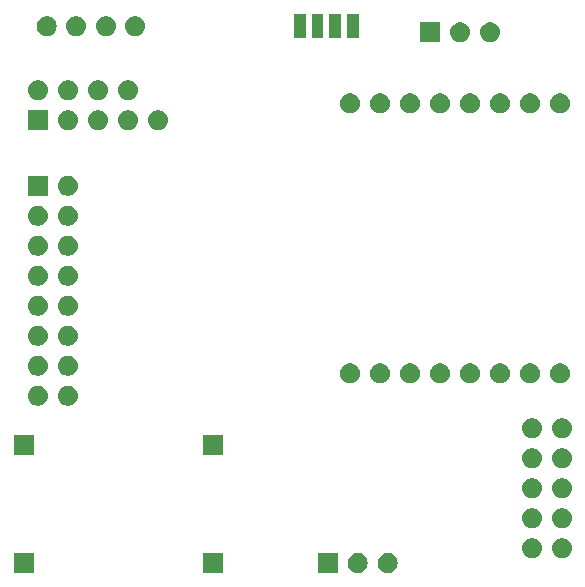
<source format=gbr>
%TF.GenerationSoftware,KiCad,Pcbnew,8.0.1*%
%TF.CreationDate,2024-04-28T21:45:25+02:00*%
%TF.ProjectId,EHealth_PCB,45486561-6c74-4685-9f50-43422e6b6963,rev?*%
%TF.SameCoordinates,Original*%
%TF.FileFunction,Soldermask,Bot*%
%TF.FilePolarity,Negative*%
%FSLAX46Y46*%
G04 Gerber Fmt 4.6, Leading zero omitted, Abs format (unit mm)*
G04 Created by KiCad (PCBNEW 8.0.1) date 2024-04-28 21:45:25*
%MOMM*%
%LPD*%
G01*
G04 APERTURE LIST*
G04 APERTURE END LIST*
G36*
X181600000Y-105100000D02*
G01*
X179900000Y-105100000D01*
X179900000Y-103400000D01*
X181600000Y-103400000D01*
X181600000Y-105100000D01*
G37*
G36*
X197600000Y-105100000D02*
G01*
X195900000Y-105100000D01*
X195900000Y-103400000D01*
X197600000Y-103400000D01*
X197600000Y-105100000D01*
G37*
G36*
X207310000Y-105100000D02*
G01*
X205610000Y-105100000D01*
X205610000Y-103400000D01*
X207310000Y-103400000D01*
X207310000Y-105100000D01*
G37*
G36*
X209262664Y-103441602D02*
G01*
X209425000Y-103513878D01*
X209568761Y-103618327D01*
X209687664Y-103750383D01*
X209776514Y-103904274D01*
X209831425Y-104073275D01*
X209850000Y-104250000D01*
X209831425Y-104426725D01*
X209776514Y-104595726D01*
X209687664Y-104749617D01*
X209568761Y-104881673D01*
X209425000Y-104986122D01*
X209262664Y-105058398D01*
X209088849Y-105095344D01*
X208911151Y-105095344D01*
X208737336Y-105058398D01*
X208575000Y-104986122D01*
X208431239Y-104881673D01*
X208312336Y-104749617D01*
X208223486Y-104595726D01*
X208168575Y-104426725D01*
X208150000Y-104250000D01*
X208168575Y-104073275D01*
X208223486Y-103904274D01*
X208312336Y-103750383D01*
X208431239Y-103618327D01*
X208575000Y-103513878D01*
X208737336Y-103441602D01*
X208911151Y-103404656D01*
X209088849Y-103404656D01*
X209262664Y-103441602D01*
G37*
G36*
X211802664Y-103441602D02*
G01*
X211965000Y-103513878D01*
X212108761Y-103618327D01*
X212227664Y-103750383D01*
X212316514Y-103904274D01*
X212371425Y-104073275D01*
X212390000Y-104250000D01*
X212371425Y-104426725D01*
X212316514Y-104595726D01*
X212227664Y-104749617D01*
X212108761Y-104881673D01*
X211965000Y-104986122D01*
X211802664Y-105058398D01*
X211628849Y-105095344D01*
X211451151Y-105095344D01*
X211277336Y-105058398D01*
X211115000Y-104986122D01*
X210971239Y-104881673D01*
X210852336Y-104749617D01*
X210763486Y-104595726D01*
X210708575Y-104426725D01*
X210690000Y-104250000D01*
X210708575Y-104073275D01*
X210763486Y-103904274D01*
X210852336Y-103750383D01*
X210971239Y-103618327D01*
X211115000Y-103513878D01*
X211277336Y-103441602D01*
X211451151Y-103404656D01*
X211628849Y-103404656D01*
X211802664Y-103441602D01*
G37*
G36*
X223997664Y-102181602D02*
G01*
X224160000Y-102253878D01*
X224303761Y-102358327D01*
X224422664Y-102490383D01*
X224511514Y-102644274D01*
X224566425Y-102813275D01*
X224585000Y-102990000D01*
X224566425Y-103166725D01*
X224511514Y-103335726D01*
X224422664Y-103489617D01*
X224303761Y-103621673D01*
X224160000Y-103726122D01*
X223997664Y-103798398D01*
X223823849Y-103835344D01*
X223646151Y-103835344D01*
X223472336Y-103798398D01*
X223310000Y-103726122D01*
X223166239Y-103621673D01*
X223047336Y-103489617D01*
X222958486Y-103335726D01*
X222903575Y-103166725D01*
X222885000Y-102990000D01*
X222903575Y-102813275D01*
X222958486Y-102644274D01*
X223047336Y-102490383D01*
X223166239Y-102358327D01*
X223310000Y-102253878D01*
X223472336Y-102181602D01*
X223646151Y-102144656D01*
X223823849Y-102144656D01*
X223997664Y-102181602D01*
G37*
G36*
X226537664Y-102181602D02*
G01*
X226700000Y-102253878D01*
X226843761Y-102358327D01*
X226962664Y-102490383D01*
X227051514Y-102644274D01*
X227106425Y-102813275D01*
X227125000Y-102990000D01*
X227106425Y-103166725D01*
X227051514Y-103335726D01*
X226962664Y-103489617D01*
X226843761Y-103621673D01*
X226700000Y-103726122D01*
X226537664Y-103798398D01*
X226363849Y-103835344D01*
X226186151Y-103835344D01*
X226012336Y-103798398D01*
X225850000Y-103726122D01*
X225706239Y-103621673D01*
X225587336Y-103489617D01*
X225498486Y-103335726D01*
X225443575Y-103166725D01*
X225425000Y-102990000D01*
X225443575Y-102813275D01*
X225498486Y-102644274D01*
X225587336Y-102490383D01*
X225706239Y-102358327D01*
X225850000Y-102253878D01*
X226012336Y-102181602D01*
X226186151Y-102144656D01*
X226363849Y-102144656D01*
X226537664Y-102181602D01*
G37*
G36*
X223997664Y-99641602D02*
G01*
X224160000Y-99713878D01*
X224303761Y-99818327D01*
X224422664Y-99950383D01*
X224511514Y-100104274D01*
X224566425Y-100273275D01*
X224585000Y-100450000D01*
X224566425Y-100626725D01*
X224511514Y-100795726D01*
X224422664Y-100949617D01*
X224303761Y-101081673D01*
X224160000Y-101186122D01*
X223997664Y-101258398D01*
X223823849Y-101295344D01*
X223646151Y-101295344D01*
X223472336Y-101258398D01*
X223310000Y-101186122D01*
X223166239Y-101081673D01*
X223047336Y-100949617D01*
X222958486Y-100795726D01*
X222903575Y-100626725D01*
X222885000Y-100450000D01*
X222903575Y-100273275D01*
X222958486Y-100104274D01*
X223047336Y-99950383D01*
X223166239Y-99818327D01*
X223310000Y-99713878D01*
X223472336Y-99641602D01*
X223646151Y-99604656D01*
X223823849Y-99604656D01*
X223997664Y-99641602D01*
G37*
G36*
X226537664Y-99641602D02*
G01*
X226700000Y-99713878D01*
X226843761Y-99818327D01*
X226962664Y-99950383D01*
X227051514Y-100104274D01*
X227106425Y-100273275D01*
X227125000Y-100450000D01*
X227106425Y-100626725D01*
X227051514Y-100795726D01*
X226962664Y-100949617D01*
X226843761Y-101081673D01*
X226700000Y-101186122D01*
X226537664Y-101258398D01*
X226363849Y-101295344D01*
X226186151Y-101295344D01*
X226012336Y-101258398D01*
X225850000Y-101186122D01*
X225706239Y-101081673D01*
X225587336Y-100949617D01*
X225498486Y-100795726D01*
X225443575Y-100626725D01*
X225425000Y-100450000D01*
X225443575Y-100273275D01*
X225498486Y-100104274D01*
X225587336Y-99950383D01*
X225706239Y-99818327D01*
X225850000Y-99713878D01*
X226012336Y-99641602D01*
X226186151Y-99604656D01*
X226363849Y-99604656D01*
X226537664Y-99641602D01*
G37*
G36*
X223997664Y-97101602D02*
G01*
X224160000Y-97173878D01*
X224303761Y-97278327D01*
X224422664Y-97410383D01*
X224511514Y-97564274D01*
X224566425Y-97733275D01*
X224585000Y-97910000D01*
X224566425Y-98086725D01*
X224511514Y-98255726D01*
X224422664Y-98409617D01*
X224303761Y-98541673D01*
X224160000Y-98646122D01*
X223997664Y-98718398D01*
X223823849Y-98755344D01*
X223646151Y-98755344D01*
X223472336Y-98718398D01*
X223310000Y-98646122D01*
X223166239Y-98541673D01*
X223047336Y-98409617D01*
X222958486Y-98255726D01*
X222903575Y-98086725D01*
X222885000Y-97910000D01*
X222903575Y-97733275D01*
X222958486Y-97564274D01*
X223047336Y-97410383D01*
X223166239Y-97278327D01*
X223310000Y-97173878D01*
X223472336Y-97101602D01*
X223646151Y-97064656D01*
X223823849Y-97064656D01*
X223997664Y-97101602D01*
G37*
G36*
X226537664Y-97101602D02*
G01*
X226700000Y-97173878D01*
X226843761Y-97278327D01*
X226962664Y-97410383D01*
X227051514Y-97564274D01*
X227106425Y-97733275D01*
X227125000Y-97910000D01*
X227106425Y-98086725D01*
X227051514Y-98255726D01*
X226962664Y-98409617D01*
X226843761Y-98541673D01*
X226700000Y-98646122D01*
X226537664Y-98718398D01*
X226363849Y-98755344D01*
X226186151Y-98755344D01*
X226012336Y-98718398D01*
X225850000Y-98646122D01*
X225706239Y-98541673D01*
X225587336Y-98409617D01*
X225498486Y-98255726D01*
X225443575Y-98086725D01*
X225425000Y-97910000D01*
X225443575Y-97733275D01*
X225498486Y-97564274D01*
X225587336Y-97410383D01*
X225706239Y-97278327D01*
X225850000Y-97173878D01*
X226012336Y-97101602D01*
X226186151Y-97064656D01*
X226363849Y-97064656D01*
X226537664Y-97101602D01*
G37*
G36*
X223997664Y-94561602D02*
G01*
X224160000Y-94633878D01*
X224303761Y-94738327D01*
X224422664Y-94870383D01*
X224511514Y-95024274D01*
X224566425Y-95193275D01*
X224585000Y-95370000D01*
X224566425Y-95546725D01*
X224511514Y-95715726D01*
X224422664Y-95869617D01*
X224303761Y-96001673D01*
X224160000Y-96106122D01*
X223997664Y-96178398D01*
X223823849Y-96215344D01*
X223646151Y-96215344D01*
X223472336Y-96178398D01*
X223310000Y-96106122D01*
X223166239Y-96001673D01*
X223047336Y-95869617D01*
X222958486Y-95715726D01*
X222903575Y-95546725D01*
X222885000Y-95370000D01*
X222903575Y-95193275D01*
X222958486Y-95024274D01*
X223047336Y-94870383D01*
X223166239Y-94738327D01*
X223310000Y-94633878D01*
X223472336Y-94561602D01*
X223646151Y-94524656D01*
X223823849Y-94524656D01*
X223997664Y-94561602D01*
G37*
G36*
X226537664Y-94561602D02*
G01*
X226700000Y-94633878D01*
X226843761Y-94738327D01*
X226962664Y-94870383D01*
X227051514Y-95024274D01*
X227106425Y-95193275D01*
X227125000Y-95370000D01*
X227106425Y-95546725D01*
X227051514Y-95715726D01*
X226962664Y-95869617D01*
X226843761Y-96001673D01*
X226700000Y-96106122D01*
X226537664Y-96178398D01*
X226363849Y-96215344D01*
X226186151Y-96215344D01*
X226012336Y-96178398D01*
X225850000Y-96106122D01*
X225706239Y-96001673D01*
X225587336Y-95869617D01*
X225498486Y-95715726D01*
X225443575Y-95546725D01*
X225425000Y-95370000D01*
X225443575Y-95193275D01*
X225498486Y-95024274D01*
X225587336Y-94870383D01*
X225706239Y-94738327D01*
X225850000Y-94633878D01*
X226012336Y-94561602D01*
X226186151Y-94524656D01*
X226363849Y-94524656D01*
X226537664Y-94561602D01*
G37*
G36*
X181600000Y-95100000D02*
G01*
X179900000Y-95100000D01*
X179900000Y-93400000D01*
X181600000Y-93400000D01*
X181600000Y-95100000D01*
G37*
G36*
X197600000Y-95100000D02*
G01*
X195900000Y-95100000D01*
X195900000Y-93400000D01*
X197600000Y-93400000D01*
X197600000Y-95100000D01*
G37*
G36*
X223997664Y-92021602D02*
G01*
X224160000Y-92093878D01*
X224303761Y-92198327D01*
X224422664Y-92330383D01*
X224511514Y-92484274D01*
X224566425Y-92653275D01*
X224585000Y-92830000D01*
X224566425Y-93006725D01*
X224511514Y-93175726D01*
X224422664Y-93329617D01*
X224303761Y-93461673D01*
X224160000Y-93566122D01*
X223997664Y-93638398D01*
X223823849Y-93675344D01*
X223646151Y-93675344D01*
X223472336Y-93638398D01*
X223310000Y-93566122D01*
X223166239Y-93461673D01*
X223047336Y-93329617D01*
X222958486Y-93175726D01*
X222903575Y-93006725D01*
X222885000Y-92830000D01*
X222903575Y-92653275D01*
X222958486Y-92484274D01*
X223047336Y-92330383D01*
X223166239Y-92198327D01*
X223310000Y-92093878D01*
X223472336Y-92021602D01*
X223646151Y-91984656D01*
X223823849Y-91984656D01*
X223997664Y-92021602D01*
G37*
G36*
X226537664Y-92021602D02*
G01*
X226700000Y-92093878D01*
X226843761Y-92198327D01*
X226962664Y-92330383D01*
X227051514Y-92484274D01*
X227106425Y-92653275D01*
X227125000Y-92830000D01*
X227106425Y-93006725D01*
X227051514Y-93175726D01*
X226962664Y-93329617D01*
X226843761Y-93461673D01*
X226700000Y-93566122D01*
X226537664Y-93638398D01*
X226363849Y-93675344D01*
X226186151Y-93675344D01*
X226012336Y-93638398D01*
X225850000Y-93566122D01*
X225706239Y-93461673D01*
X225587336Y-93329617D01*
X225498486Y-93175726D01*
X225443575Y-93006725D01*
X225425000Y-92830000D01*
X225443575Y-92653275D01*
X225498486Y-92484274D01*
X225587336Y-92330383D01*
X225706239Y-92198327D01*
X225850000Y-92093878D01*
X226012336Y-92021602D01*
X226186151Y-91984656D01*
X226363849Y-91984656D01*
X226537664Y-92021602D01*
G37*
G36*
X182172664Y-89291602D02*
G01*
X182335000Y-89363878D01*
X182478761Y-89468327D01*
X182597664Y-89600383D01*
X182686514Y-89754274D01*
X182741425Y-89923275D01*
X182760000Y-90100000D01*
X182741425Y-90276725D01*
X182686514Y-90445726D01*
X182597664Y-90599617D01*
X182478761Y-90731673D01*
X182335000Y-90836122D01*
X182172664Y-90908398D01*
X181998849Y-90945344D01*
X181821151Y-90945344D01*
X181647336Y-90908398D01*
X181485000Y-90836122D01*
X181341239Y-90731673D01*
X181222336Y-90599617D01*
X181133486Y-90445726D01*
X181078575Y-90276725D01*
X181060000Y-90100000D01*
X181078575Y-89923275D01*
X181133486Y-89754274D01*
X181222336Y-89600383D01*
X181341239Y-89468327D01*
X181485000Y-89363878D01*
X181647336Y-89291602D01*
X181821151Y-89254656D01*
X181998849Y-89254656D01*
X182172664Y-89291602D01*
G37*
G36*
X184712664Y-89291602D02*
G01*
X184875000Y-89363878D01*
X185018761Y-89468327D01*
X185137664Y-89600383D01*
X185226514Y-89754274D01*
X185281425Y-89923275D01*
X185300000Y-90100000D01*
X185281425Y-90276725D01*
X185226514Y-90445726D01*
X185137664Y-90599617D01*
X185018761Y-90731673D01*
X184875000Y-90836122D01*
X184712664Y-90908398D01*
X184538849Y-90945344D01*
X184361151Y-90945344D01*
X184187336Y-90908398D01*
X184025000Y-90836122D01*
X183881239Y-90731673D01*
X183762336Y-90599617D01*
X183673486Y-90445726D01*
X183618575Y-90276725D01*
X183600000Y-90100000D01*
X183618575Y-89923275D01*
X183673486Y-89754274D01*
X183762336Y-89600383D01*
X183881239Y-89468327D01*
X184025000Y-89363878D01*
X184187336Y-89291602D01*
X184361151Y-89254656D01*
X184538849Y-89254656D01*
X184712664Y-89291602D01*
G37*
G36*
X208614587Y-87393446D02*
G01*
X208776923Y-87465722D01*
X208920684Y-87570171D01*
X209039587Y-87702227D01*
X209128437Y-87856118D01*
X209183348Y-88025119D01*
X209201923Y-88201844D01*
X209183348Y-88378569D01*
X209128437Y-88547570D01*
X209039587Y-88701461D01*
X208920684Y-88833517D01*
X208776923Y-88937966D01*
X208614587Y-89010242D01*
X208440772Y-89047188D01*
X208263074Y-89047188D01*
X208089259Y-89010242D01*
X207926923Y-88937966D01*
X207783162Y-88833517D01*
X207664259Y-88701461D01*
X207575409Y-88547570D01*
X207520498Y-88378569D01*
X207501923Y-88201844D01*
X207520498Y-88025119D01*
X207575409Y-87856118D01*
X207664259Y-87702227D01*
X207783162Y-87570171D01*
X207926923Y-87465722D01*
X208089259Y-87393446D01*
X208263074Y-87356500D01*
X208440772Y-87356500D01*
X208614587Y-87393446D01*
G37*
G36*
X211154587Y-87393446D02*
G01*
X211316923Y-87465722D01*
X211460684Y-87570171D01*
X211579587Y-87702227D01*
X211668437Y-87856118D01*
X211723348Y-88025119D01*
X211741923Y-88201844D01*
X211723348Y-88378569D01*
X211668437Y-88547570D01*
X211579587Y-88701461D01*
X211460684Y-88833517D01*
X211316923Y-88937966D01*
X211154587Y-89010242D01*
X210980772Y-89047188D01*
X210803074Y-89047188D01*
X210629259Y-89010242D01*
X210466923Y-88937966D01*
X210323162Y-88833517D01*
X210204259Y-88701461D01*
X210115409Y-88547570D01*
X210060498Y-88378569D01*
X210041923Y-88201844D01*
X210060498Y-88025119D01*
X210115409Y-87856118D01*
X210204259Y-87702227D01*
X210323162Y-87570171D01*
X210466923Y-87465722D01*
X210629259Y-87393446D01*
X210803074Y-87356500D01*
X210980772Y-87356500D01*
X211154587Y-87393446D01*
G37*
G36*
X213694587Y-87393446D02*
G01*
X213856923Y-87465722D01*
X214000684Y-87570171D01*
X214119587Y-87702227D01*
X214208437Y-87856118D01*
X214263348Y-88025119D01*
X214281923Y-88201844D01*
X214263348Y-88378569D01*
X214208437Y-88547570D01*
X214119587Y-88701461D01*
X214000684Y-88833517D01*
X213856923Y-88937966D01*
X213694587Y-89010242D01*
X213520772Y-89047188D01*
X213343074Y-89047188D01*
X213169259Y-89010242D01*
X213006923Y-88937966D01*
X212863162Y-88833517D01*
X212744259Y-88701461D01*
X212655409Y-88547570D01*
X212600498Y-88378569D01*
X212581923Y-88201844D01*
X212600498Y-88025119D01*
X212655409Y-87856118D01*
X212744259Y-87702227D01*
X212863162Y-87570171D01*
X213006923Y-87465722D01*
X213169259Y-87393446D01*
X213343074Y-87356500D01*
X213520772Y-87356500D01*
X213694587Y-87393446D01*
G37*
G36*
X216234587Y-87393446D02*
G01*
X216396923Y-87465722D01*
X216540684Y-87570171D01*
X216659587Y-87702227D01*
X216748437Y-87856118D01*
X216803348Y-88025119D01*
X216821923Y-88201844D01*
X216803348Y-88378569D01*
X216748437Y-88547570D01*
X216659587Y-88701461D01*
X216540684Y-88833517D01*
X216396923Y-88937966D01*
X216234587Y-89010242D01*
X216060772Y-89047188D01*
X215883074Y-89047188D01*
X215709259Y-89010242D01*
X215546923Y-88937966D01*
X215403162Y-88833517D01*
X215284259Y-88701461D01*
X215195409Y-88547570D01*
X215140498Y-88378569D01*
X215121923Y-88201844D01*
X215140498Y-88025119D01*
X215195409Y-87856118D01*
X215284259Y-87702227D01*
X215403162Y-87570171D01*
X215546923Y-87465722D01*
X215709259Y-87393446D01*
X215883074Y-87356500D01*
X216060772Y-87356500D01*
X216234587Y-87393446D01*
G37*
G36*
X218774587Y-87393446D02*
G01*
X218936923Y-87465722D01*
X219080684Y-87570171D01*
X219199587Y-87702227D01*
X219288437Y-87856118D01*
X219343348Y-88025119D01*
X219361923Y-88201844D01*
X219343348Y-88378569D01*
X219288437Y-88547570D01*
X219199587Y-88701461D01*
X219080684Y-88833517D01*
X218936923Y-88937966D01*
X218774587Y-89010242D01*
X218600772Y-89047188D01*
X218423074Y-89047188D01*
X218249259Y-89010242D01*
X218086923Y-88937966D01*
X217943162Y-88833517D01*
X217824259Y-88701461D01*
X217735409Y-88547570D01*
X217680498Y-88378569D01*
X217661923Y-88201844D01*
X217680498Y-88025119D01*
X217735409Y-87856118D01*
X217824259Y-87702227D01*
X217943162Y-87570171D01*
X218086923Y-87465722D01*
X218249259Y-87393446D01*
X218423074Y-87356500D01*
X218600772Y-87356500D01*
X218774587Y-87393446D01*
G37*
G36*
X221314587Y-87393446D02*
G01*
X221476923Y-87465722D01*
X221620684Y-87570171D01*
X221739587Y-87702227D01*
X221828437Y-87856118D01*
X221883348Y-88025119D01*
X221901923Y-88201844D01*
X221883348Y-88378569D01*
X221828437Y-88547570D01*
X221739587Y-88701461D01*
X221620684Y-88833517D01*
X221476923Y-88937966D01*
X221314587Y-89010242D01*
X221140772Y-89047188D01*
X220963074Y-89047188D01*
X220789259Y-89010242D01*
X220626923Y-88937966D01*
X220483162Y-88833517D01*
X220364259Y-88701461D01*
X220275409Y-88547570D01*
X220220498Y-88378569D01*
X220201923Y-88201844D01*
X220220498Y-88025119D01*
X220275409Y-87856118D01*
X220364259Y-87702227D01*
X220483162Y-87570171D01*
X220626923Y-87465722D01*
X220789259Y-87393446D01*
X220963074Y-87356500D01*
X221140772Y-87356500D01*
X221314587Y-87393446D01*
G37*
G36*
X223854587Y-87393446D02*
G01*
X224016923Y-87465722D01*
X224160684Y-87570171D01*
X224279587Y-87702227D01*
X224368437Y-87856118D01*
X224423348Y-88025119D01*
X224441923Y-88201844D01*
X224423348Y-88378569D01*
X224368437Y-88547570D01*
X224279587Y-88701461D01*
X224160684Y-88833517D01*
X224016923Y-88937966D01*
X223854587Y-89010242D01*
X223680772Y-89047188D01*
X223503074Y-89047188D01*
X223329259Y-89010242D01*
X223166923Y-88937966D01*
X223023162Y-88833517D01*
X222904259Y-88701461D01*
X222815409Y-88547570D01*
X222760498Y-88378569D01*
X222741923Y-88201844D01*
X222760498Y-88025119D01*
X222815409Y-87856118D01*
X222904259Y-87702227D01*
X223023162Y-87570171D01*
X223166923Y-87465722D01*
X223329259Y-87393446D01*
X223503074Y-87356500D01*
X223680772Y-87356500D01*
X223854587Y-87393446D01*
G37*
G36*
X226394587Y-87393446D02*
G01*
X226556923Y-87465722D01*
X226700684Y-87570171D01*
X226819587Y-87702227D01*
X226908437Y-87856118D01*
X226963348Y-88025119D01*
X226981923Y-88201844D01*
X226963348Y-88378569D01*
X226908437Y-88547570D01*
X226819587Y-88701461D01*
X226700684Y-88833517D01*
X226556923Y-88937966D01*
X226394587Y-89010242D01*
X226220772Y-89047188D01*
X226043074Y-89047188D01*
X225869259Y-89010242D01*
X225706923Y-88937966D01*
X225563162Y-88833517D01*
X225444259Y-88701461D01*
X225355409Y-88547570D01*
X225300498Y-88378569D01*
X225281923Y-88201844D01*
X225300498Y-88025119D01*
X225355409Y-87856118D01*
X225444259Y-87702227D01*
X225563162Y-87570171D01*
X225706923Y-87465722D01*
X225869259Y-87393446D01*
X226043074Y-87356500D01*
X226220772Y-87356500D01*
X226394587Y-87393446D01*
G37*
G36*
X182172664Y-86751602D02*
G01*
X182335000Y-86823878D01*
X182478761Y-86928327D01*
X182597664Y-87060383D01*
X182686514Y-87214274D01*
X182741425Y-87383275D01*
X182760000Y-87560000D01*
X182741425Y-87736725D01*
X182686514Y-87905726D01*
X182597664Y-88059617D01*
X182478761Y-88191673D01*
X182335000Y-88296122D01*
X182172664Y-88368398D01*
X181998849Y-88405344D01*
X181821151Y-88405344D01*
X181647336Y-88368398D01*
X181485000Y-88296122D01*
X181341239Y-88191673D01*
X181222336Y-88059617D01*
X181133486Y-87905726D01*
X181078575Y-87736725D01*
X181060000Y-87560000D01*
X181078575Y-87383275D01*
X181133486Y-87214274D01*
X181222336Y-87060383D01*
X181341239Y-86928327D01*
X181485000Y-86823878D01*
X181647336Y-86751602D01*
X181821151Y-86714656D01*
X181998849Y-86714656D01*
X182172664Y-86751602D01*
G37*
G36*
X184712664Y-86751602D02*
G01*
X184875000Y-86823878D01*
X185018761Y-86928327D01*
X185137664Y-87060383D01*
X185226514Y-87214274D01*
X185281425Y-87383275D01*
X185300000Y-87560000D01*
X185281425Y-87736725D01*
X185226514Y-87905726D01*
X185137664Y-88059617D01*
X185018761Y-88191673D01*
X184875000Y-88296122D01*
X184712664Y-88368398D01*
X184538849Y-88405344D01*
X184361151Y-88405344D01*
X184187336Y-88368398D01*
X184025000Y-88296122D01*
X183881239Y-88191673D01*
X183762336Y-88059617D01*
X183673486Y-87905726D01*
X183618575Y-87736725D01*
X183600000Y-87560000D01*
X183618575Y-87383275D01*
X183673486Y-87214274D01*
X183762336Y-87060383D01*
X183881239Y-86928327D01*
X184025000Y-86823878D01*
X184187336Y-86751602D01*
X184361151Y-86714656D01*
X184538849Y-86714656D01*
X184712664Y-86751602D01*
G37*
G36*
X182172664Y-84211602D02*
G01*
X182335000Y-84283878D01*
X182478761Y-84388327D01*
X182597664Y-84520383D01*
X182686514Y-84674274D01*
X182741425Y-84843275D01*
X182760000Y-85020000D01*
X182741425Y-85196725D01*
X182686514Y-85365726D01*
X182597664Y-85519617D01*
X182478761Y-85651673D01*
X182335000Y-85756122D01*
X182172664Y-85828398D01*
X181998849Y-85865344D01*
X181821151Y-85865344D01*
X181647336Y-85828398D01*
X181485000Y-85756122D01*
X181341239Y-85651673D01*
X181222336Y-85519617D01*
X181133486Y-85365726D01*
X181078575Y-85196725D01*
X181060000Y-85020000D01*
X181078575Y-84843275D01*
X181133486Y-84674274D01*
X181222336Y-84520383D01*
X181341239Y-84388327D01*
X181485000Y-84283878D01*
X181647336Y-84211602D01*
X181821151Y-84174656D01*
X181998849Y-84174656D01*
X182172664Y-84211602D01*
G37*
G36*
X184712664Y-84211602D02*
G01*
X184875000Y-84283878D01*
X185018761Y-84388327D01*
X185137664Y-84520383D01*
X185226514Y-84674274D01*
X185281425Y-84843275D01*
X185300000Y-85020000D01*
X185281425Y-85196725D01*
X185226514Y-85365726D01*
X185137664Y-85519617D01*
X185018761Y-85651673D01*
X184875000Y-85756122D01*
X184712664Y-85828398D01*
X184538849Y-85865344D01*
X184361151Y-85865344D01*
X184187336Y-85828398D01*
X184025000Y-85756122D01*
X183881239Y-85651673D01*
X183762336Y-85519617D01*
X183673486Y-85365726D01*
X183618575Y-85196725D01*
X183600000Y-85020000D01*
X183618575Y-84843275D01*
X183673486Y-84674274D01*
X183762336Y-84520383D01*
X183881239Y-84388327D01*
X184025000Y-84283878D01*
X184187336Y-84211602D01*
X184361151Y-84174656D01*
X184538849Y-84174656D01*
X184712664Y-84211602D01*
G37*
G36*
X182172664Y-81671602D02*
G01*
X182335000Y-81743878D01*
X182478761Y-81848327D01*
X182597664Y-81980383D01*
X182686514Y-82134274D01*
X182741425Y-82303275D01*
X182760000Y-82480000D01*
X182741425Y-82656725D01*
X182686514Y-82825726D01*
X182597664Y-82979617D01*
X182478761Y-83111673D01*
X182335000Y-83216122D01*
X182172664Y-83288398D01*
X181998849Y-83325344D01*
X181821151Y-83325344D01*
X181647336Y-83288398D01*
X181485000Y-83216122D01*
X181341239Y-83111673D01*
X181222336Y-82979617D01*
X181133486Y-82825726D01*
X181078575Y-82656725D01*
X181060000Y-82480000D01*
X181078575Y-82303275D01*
X181133486Y-82134274D01*
X181222336Y-81980383D01*
X181341239Y-81848327D01*
X181485000Y-81743878D01*
X181647336Y-81671602D01*
X181821151Y-81634656D01*
X181998849Y-81634656D01*
X182172664Y-81671602D01*
G37*
G36*
X184712664Y-81671602D02*
G01*
X184875000Y-81743878D01*
X185018761Y-81848327D01*
X185137664Y-81980383D01*
X185226514Y-82134274D01*
X185281425Y-82303275D01*
X185300000Y-82480000D01*
X185281425Y-82656725D01*
X185226514Y-82825726D01*
X185137664Y-82979617D01*
X185018761Y-83111673D01*
X184875000Y-83216122D01*
X184712664Y-83288398D01*
X184538849Y-83325344D01*
X184361151Y-83325344D01*
X184187336Y-83288398D01*
X184025000Y-83216122D01*
X183881239Y-83111673D01*
X183762336Y-82979617D01*
X183673486Y-82825726D01*
X183618575Y-82656725D01*
X183600000Y-82480000D01*
X183618575Y-82303275D01*
X183673486Y-82134274D01*
X183762336Y-81980383D01*
X183881239Y-81848327D01*
X184025000Y-81743878D01*
X184187336Y-81671602D01*
X184361151Y-81634656D01*
X184538849Y-81634656D01*
X184712664Y-81671602D01*
G37*
G36*
X182172664Y-79131602D02*
G01*
X182335000Y-79203878D01*
X182478761Y-79308327D01*
X182597664Y-79440383D01*
X182686514Y-79594274D01*
X182741425Y-79763275D01*
X182760000Y-79940000D01*
X182741425Y-80116725D01*
X182686514Y-80285726D01*
X182597664Y-80439617D01*
X182478761Y-80571673D01*
X182335000Y-80676122D01*
X182172664Y-80748398D01*
X181998849Y-80785344D01*
X181821151Y-80785344D01*
X181647336Y-80748398D01*
X181485000Y-80676122D01*
X181341239Y-80571673D01*
X181222336Y-80439617D01*
X181133486Y-80285726D01*
X181078575Y-80116725D01*
X181060000Y-79940000D01*
X181078575Y-79763275D01*
X181133486Y-79594274D01*
X181222336Y-79440383D01*
X181341239Y-79308327D01*
X181485000Y-79203878D01*
X181647336Y-79131602D01*
X181821151Y-79094656D01*
X181998849Y-79094656D01*
X182172664Y-79131602D01*
G37*
G36*
X184712664Y-79131602D02*
G01*
X184875000Y-79203878D01*
X185018761Y-79308327D01*
X185137664Y-79440383D01*
X185226514Y-79594274D01*
X185281425Y-79763275D01*
X185300000Y-79940000D01*
X185281425Y-80116725D01*
X185226514Y-80285726D01*
X185137664Y-80439617D01*
X185018761Y-80571673D01*
X184875000Y-80676122D01*
X184712664Y-80748398D01*
X184538849Y-80785344D01*
X184361151Y-80785344D01*
X184187336Y-80748398D01*
X184025000Y-80676122D01*
X183881239Y-80571673D01*
X183762336Y-80439617D01*
X183673486Y-80285726D01*
X183618575Y-80116725D01*
X183600000Y-79940000D01*
X183618575Y-79763275D01*
X183673486Y-79594274D01*
X183762336Y-79440383D01*
X183881239Y-79308327D01*
X184025000Y-79203878D01*
X184187336Y-79131602D01*
X184361151Y-79094656D01*
X184538849Y-79094656D01*
X184712664Y-79131602D01*
G37*
G36*
X182172664Y-76591602D02*
G01*
X182335000Y-76663878D01*
X182478761Y-76768327D01*
X182597664Y-76900383D01*
X182686514Y-77054274D01*
X182741425Y-77223275D01*
X182760000Y-77400000D01*
X182741425Y-77576725D01*
X182686514Y-77745726D01*
X182597664Y-77899617D01*
X182478761Y-78031673D01*
X182335000Y-78136122D01*
X182172664Y-78208398D01*
X181998849Y-78245344D01*
X181821151Y-78245344D01*
X181647336Y-78208398D01*
X181485000Y-78136122D01*
X181341239Y-78031673D01*
X181222336Y-77899617D01*
X181133486Y-77745726D01*
X181078575Y-77576725D01*
X181060000Y-77400000D01*
X181078575Y-77223275D01*
X181133486Y-77054274D01*
X181222336Y-76900383D01*
X181341239Y-76768327D01*
X181485000Y-76663878D01*
X181647336Y-76591602D01*
X181821151Y-76554656D01*
X181998849Y-76554656D01*
X182172664Y-76591602D01*
G37*
G36*
X184712664Y-76591602D02*
G01*
X184875000Y-76663878D01*
X185018761Y-76768327D01*
X185137664Y-76900383D01*
X185226514Y-77054274D01*
X185281425Y-77223275D01*
X185300000Y-77400000D01*
X185281425Y-77576725D01*
X185226514Y-77745726D01*
X185137664Y-77899617D01*
X185018761Y-78031673D01*
X184875000Y-78136122D01*
X184712664Y-78208398D01*
X184538849Y-78245344D01*
X184361151Y-78245344D01*
X184187336Y-78208398D01*
X184025000Y-78136122D01*
X183881239Y-78031673D01*
X183762336Y-77899617D01*
X183673486Y-77745726D01*
X183618575Y-77576725D01*
X183600000Y-77400000D01*
X183618575Y-77223275D01*
X183673486Y-77054274D01*
X183762336Y-76900383D01*
X183881239Y-76768327D01*
X184025000Y-76663878D01*
X184187336Y-76591602D01*
X184361151Y-76554656D01*
X184538849Y-76554656D01*
X184712664Y-76591602D01*
G37*
G36*
X182172664Y-74051602D02*
G01*
X182335000Y-74123878D01*
X182478761Y-74228327D01*
X182597664Y-74360383D01*
X182686514Y-74514274D01*
X182741425Y-74683275D01*
X182760000Y-74860000D01*
X182741425Y-75036725D01*
X182686514Y-75205726D01*
X182597664Y-75359617D01*
X182478761Y-75491673D01*
X182335000Y-75596122D01*
X182172664Y-75668398D01*
X181998849Y-75705344D01*
X181821151Y-75705344D01*
X181647336Y-75668398D01*
X181485000Y-75596122D01*
X181341239Y-75491673D01*
X181222336Y-75359617D01*
X181133486Y-75205726D01*
X181078575Y-75036725D01*
X181060000Y-74860000D01*
X181078575Y-74683275D01*
X181133486Y-74514274D01*
X181222336Y-74360383D01*
X181341239Y-74228327D01*
X181485000Y-74123878D01*
X181647336Y-74051602D01*
X181821151Y-74014656D01*
X181998849Y-74014656D01*
X182172664Y-74051602D01*
G37*
G36*
X184712664Y-74051602D02*
G01*
X184875000Y-74123878D01*
X185018761Y-74228327D01*
X185137664Y-74360383D01*
X185226514Y-74514274D01*
X185281425Y-74683275D01*
X185300000Y-74860000D01*
X185281425Y-75036725D01*
X185226514Y-75205726D01*
X185137664Y-75359617D01*
X185018761Y-75491673D01*
X184875000Y-75596122D01*
X184712664Y-75668398D01*
X184538849Y-75705344D01*
X184361151Y-75705344D01*
X184187336Y-75668398D01*
X184025000Y-75596122D01*
X183881239Y-75491673D01*
X183762336Y-75359617D01*
X183673486Y-75205726D01*
X183618575Y-75036725D01*
X183600000Y-74860000D01*
X183618575Y-74683275D01*
X183673486Y-74514274D01*
X183762336Y-74360383D01*
X183881239Y-74228327D01*
X184025000Y-74123878D01*
X184187336Y-74051602D01*
X184361151Y-74014656D01*
X184538849Y-74014656D01*
X184712664Y-74051602D01*
G37*
G36*
X182760000Y-73170000D02*
G01*
X181060000Y-73170000D01*
X181060000Y-71470000D01*
X182760000Y-71470000D01*
X182760000Y-73170000D01*
G37*
G36*
X184712664Y-71511602D02*
G01*
X184875000Y-71583878D01*
X185018761Y-71688327D01*
X185137664Y-71820383D01*
X185226514Y-71974274D01*
X185281425Y-72143275D01*
X185300000Y-72320000D01*
X185281425Y-72496725D01*
X185226514Y-72665726D01*
X185137664Y-72819617D01*
X185018761Y-72951673D01*
X184875000Y-73056122D01*
X184712664Y-73128398D01*
X184538849Y-73165344D01*
X184361151Y-73165344D01*
X184187336Y-73128398D01*
X184025000Y-73056122D01*
X183881239Y-72951673D01*
X183762336Y-72819617D01*
X183673486Y-72665726D01*
X183618575Y-72496725D01*
X183600000Y-72320000D01*
X183618575Y-72143275D01*
X183673486Y-71974274D01*
X183762336Y-71820383D01*
X183881239Y-71688327D01*
X184025000Y-71583878D01*
X184187336Y-71511602D01*
X184361151Y-71474656D01*
X184538849Y-71474656D01*
X184712664Y-71511602D01*
G37*
G36*
X182770000Y-67600000D02*
G01*
X181070000Y-67600000D01*
X181070000Y-65900000D01*
X182770000Y-65900000D01*
X182770000Y-67600000D01*
G37*
G36*
X184722664Y-65941602D02*
G01*
X184885000Y-66013878D01*
X185028761Y-66118327D01*
X185147664Y-66250383D01*
X185236514Y-66404274D01*
X185291425Y-66573275D01*
X185310000Y-66750000D01*
X185291425Y-66926725D01*
X185236514Y-67095726D01*
X185147664Y-67249617D01*
X185028761Y-67381673D01*
X184885000Y-67486122D01*
X184722664Y-67558398D01*
X184548849Y-67595344D01*
X184371151Y-67595344D01*
X184197336Y-67558398D01*
X184035000Y-67486122D01*
X183891239Y-67381673D01*
X183772336Y-67249617D01*
X183683486Y-67095726D01*
X183628575Y-66926725D01*
X183610000Y-66750000D01*
X183628575Y-66573275D01*
X183683486Y-66404274D01*
X183772336Y-66250383D01*
X183891239Y-66118327D01*
X184035000Y-66013878D01*
X184197336Y-65941602D01*
X184371151Y-65904656D01*
X184548849Y-65904656D01*
X184722664Y-65941602D01*
G37*
G36*
X187262664Y-65941602D02*
G01*
X187425000Y-66013878D01*
X187568761Y-66118327D01*
X187687664Y-66250383D01*
X187776514Y-66404274D01*
X187831425Y-66573275D01*
X187850000Y-66750000D01*
X187831425Y-66926725D01*
X187776514Y-67095726D01*
X187687664Y-67249617D01*
X187568761Y-67381673D01*
X187425000Y-67486122D01*
X187262664Y-67558398D01*
X187088849Y-67595344D01*
X186911151Y-67595344D01*
X186737336Y-67558398D01*
X186575000Y-67486122D01*
X186431239Y-67381673D01*
X186312336Y-67249617D01*
X186223486Y-67095726D01*
X186168575Y-66926725D01*
X186150000Y-66750000D01*
X186168575Y-66573275D01*
X186223486Y-66404274D01*
X186312336Y-66250383D01*
X186431239Y-66118327D01*
X186575000Y-66013878D01*
X186737336Y-65941602D01*
X186911151Y-65904656D01*
X187088849Y-65904656D01*
X187262664Y-65941602D01*
G37*
G36*
X189802664Y-65941602D02*
G01*
X189965000Y-66013878D01*
X190108761Y-66118327D01*
X190227664Y-66250383D01*
X190316514Y-66404274D01*
X190371425Y-66573275D01*
X190390000Y-66750000D01*
X190371425Y-66926725D01*
X190316514Y-67095726D01*
X190227664Y-67249617D01*
X190108761Y-67381673D01*
X189965000Y-67486122D01*
X189802664Y-67558398D01*
X189628849Y-67595344D01*
X189451151Y-67595344D01*
X189277336Y-67558398D01*
X189115000Y-67486122D01*
X188971239Y-67381673D01*
X188852336Y-67249617D01*
X188763486Y-67095726D01*
X188708575Y-66926725D01*
X188690000Y-66750000D01*
X188708575Y-66573275D01*
X188763486Y-66404274D01*
X188852336Y-66250383D01*
X188971239Y-66118327D01*
X189115000Y-66013878D01*
X189277336Y-65941602D01*
X189451151Y-65904656D01*
X189628849Y-65904656D01*
X189802664Y-65941602D01*
G37*
G36*
X192342664Y-65941602D02*
G01*
X192505000Y-66013878D01*
X192648761Y-66118327D01*
X192767664Y-66250383D01*
X192856514Y-66404274D01*
X192911425Y-66573275D01*
X192930000Y-66750000D01*
X192911425Y-66926725D01*
X192856514Y-67095726D01*
X192767664Y-67249617D01*
X192648761Y-67381673D01*
X192505000Y-67486122D01*
X192342664Y-67558398D01*
X192168849Y-67595344D01*
X191991151Y-67595344D01*
X191817336Y-67558398D01*
X191655000Y-67486122D01*
X191511239Y-67381673D01*
X191392336Y-67249617D01*
X191303486Y-67095726D01*
X191248575Y-66926725D01*
X191230000Y-66750000D01*
X191248575Y-66573275D01*
X191303486Y-66404274D01*
X191392336Y-66250383D01*
X191511239Y-66118327D01*
X191655000Y-66013878D01*
X191817336Y-65941602D01*
X191991151Y-65904656D01*
X192168849Y-65904656D01*
X192342664Y-65941602D01*
G37*
G36*
X208614587Y-64533446D02*
G01*
X208776923Y-64605722D01*
X208920684Y-64710171D01*
X209039587Y-64842227D01*
X209128437Y-64996118D01*
X209183348Y-65165119D01*
X209201923Y-65341844D01*
X209183348Y-65518569D01*
X209128437Y-65687570D01*
X209039587Y-65841461D01*
X208920684Y-65973517D01*
X208776923Y-66077966D01*
X208614587Y-66150242D01*
X208440772Y-66187188D01*
X208263074Y-66187188D01*
X208089259Y-66150242D01*
X207926923Y-66077966D01*
X207783162Y-65973517D01*
X207664259Y-65841461D01*
X207575409Y-65687570D01*
X207520498Y-65518569D01*
X207501923Y-65341844D01*
X207520498Y-65165119D01*
X207575409Y-64996118D01*
X207664259Y-64842227D01*
X207783162Y-64710171D01*
X207926923Y-64605722D01*
X208089259Y-64533446D01*
X208263074Y-64496500D01*
X208440772Y-64496500D01*
X208614587Y-64533446D01*
G37*
G36*
X211154587Y-64533446D02*
G01*
X211316923Y-64605722D01*
X211460684Y-64710171D01*
X211579587Y-64842227D01*
X211668437Y-64996118D01*
X211723348Y-65165119D01*
X211741923Y-65341844D01*
X211723348Y-65518569D01*
X211668437Y-65687570D01*
X211579587Y-65841461D01*
X211460684Y-65973517D01*
X211316923Y-66077966D01*
X211154587Y-66150242D01*
X210980772Y-66187188D01*
X210803074Y-66187188D01*
X210629259Y-66150242D01*
X210466923Y-66077966D01*
X210323162Y-65973517D01*
X210204259Y-65841461D01*
X210115409Y-65687570D01*
X210060498Y-65518569D01*
X210041923Y-65341844D01*
X210060498Y-65165119D01*
X210115409Y-64996118D01*
X210204259Y-64842227D01*
X210323162Y-64710171D01*
X210466923Y-64605722D01*
X210629259Y-64533446D01*
X210803074Y-64496500D01*
X210980772Y-64496500D01*
X211154587Y-64533446D01*
G37*
G36*
X213694587Y-64533446D02*
G01*
X213856923Y-64605722D01*
X214000684Y-64710171D01*
X214119587Y-64842227D01*
X214208437Y-64996118D01*
X214263348Y-65165119D01*
X214281923Y-65341844D01*
X214263348Y-65518569D01*
X214208437Y-65687570D01*
X214119587Y-65841461D01*
X214000684Y-65973517D01*
X213856923Y-66077966D01*
X213694587Y-66150242D01*
X213520772Y-66187188D01*
X213343074Y-66187188D01*
X213169259Y-66150242D01*
X213006923Y-66077966D01*
X212863162Y-65973517D01*
X212744259Y-65841461D01*
X212655409Y-65687570D01*
X212600498Y-65518569D01*
X212581923Y-65341844D01*
X212600498Y-65165119D01*
X212655409Y-64996118D01*
X212744259Y-64842227D01*
X212863162Y-64710171D01*
X213006923Y-64605722D01*
X213169259Y-64533446D01*
X213343074Y-64496500D01*
X213520772Y-64496500D01*
X213694587Y-64533446D01*
G37*
G36*
X216234587Y-64533446D02*
G01*
X216396923Y-64605722D01*
X216540684Y-64710171D01*
X216659587Y-64842227D01*
X216748437Y-64996118D01*
X216803348Y-65165119D01*
X216821923Y-65341844D01*
X216803348Y-65518569D01*
X216748437Y-65687570D01*
X216659587Y-65841461D01*
X216540684Y-65973517D01*
X216396923Y-66077966D01*
X216234587Y-66150242D01*
X216060772Y-66187188D01*
X215883074Y-66187188D01*
X215709259Y-66150242D01*
X215546923Y-66077966D01*
X215403162Y-65973517D01*
X215284259Y-65841461D01*
X215195409Y-65687570D01*
X215140498Y-65518569D01*
X215121923Y-65341844D01*
X215140498Y-65165119D01*
X215195409Y-64996118D01*
X215284259Y-64842227D01*
X215403162Y-64710171D01*
X215546923Y-64605722D01*
X215709259Y-64533446D01*
X215883074Y-64496500D01*
X216060772Y-64496500D01*
X216234587Y-64533446D01*
G37*
G36*
X218774587Y-64533446D02*
G01*
X218936923Y-64605722D01*
X219080684Y-64710171D01*
X219199587Y-64842227D01*
X219288437Y-64996118D01*
X219343348Y-65165119D01*
X219361923Y-65341844D01*
X219343348Y-65518569D01*
X219288437Y-65687570D01*
X219199587Y-65841461D01*
X219080684Y-65973517D01*
X218936923Y-66077966D01*
X218774587Y-66150242D01*
X218600772Y-66187188D01*
X218423074Y-66187188D01*
X218249259Y-66150242D01*
X218086923Y-66077966D01*
X217943162Y-65973517D01*
X217824259Y-65841461D01*
X217735409Y-65687570D01*
X217680498Y-65518569D01*
X217661923Y-65341844D01*
X217680498Y-65165119D01*
X217735409Y-64996118D01*
X217824259Y-64842227D01*
X217943162Y-64710171D01*
X218086923Y-64605722D01*
X218249259Y-64533446D01*
X218423074Y-64496500D01*
X218600772Y-64496500D01*
X218774587Y-64533446D01*
G37*
G36*
X221314587Y-64533446D02*
G01*
X221476923Y-64605722D01*
X221620684Y-64710171D01*
X221739587Y-64842227D01*
X221828437Y-64996118D01*
X221883348Y-65165119D01*
X221901923Y-65341844D01*
X221883348Y-65518569D01*
X221828437Y-65687570D01*
X221739587Y-65841461D01*
X221620684Y-65973517D01*
X221476923Y-66077966D01*
X221314587Y-66150242D01*
X221140772Y-66187188D01*
X220963074Y-66187188D01*
X220789259Y-66150242D01*
X220626923Y-66077966D01*
X220483162Y-65973517D01*
X220364259Y-65841461D01*
X220275409Y-65687570D01*
X220220498Y-65518569D01*
X220201923Y-65341844D01*
X220220498Y-65165119D01*
X220275409Y-64996118D01*
X220364259Y-64842227D01*
X220483162Y-64710171D01*
X220626923Y-64605722D01*
X220789259Y-64533446D01*
X220963074Y-64496500D01*
X221140772Y-64496500D01*
X221314587Y-64533446D01*
G37*
G36*
X223854587Y-64533446D02*
G01*
X224016923Y-64605722D01*
X224160684Y-64710171D01*
X224279587Y-64842227D01*
X224368437Y-64996118D01*
X224423348Y-65165119D01*
X224441923Y-65341844D01*
X224423348Y-65518569D01*
X224368437Y-65687570D01*
X224279587Y-65841461D01*
X224160684Y-65973517D01*
X224016923Y-66077966D01*
X223854587Y-66150242D01*
X223680772Y-66187188D01*
X223503074Y-66187188D01*
X223329259Y-66150242D01*
X223166923Y-66077966D01*
X223023162Y-65973517D01*
X222904259Y-65841461D01*
X222815409Y-65687570D01*
X222760498Y-65518569D01*
X222741923Y-65341844D01*
X222760498Y-65165119D01*
X222815409Y-64996118D01*
X222904259Y-64842227D01*
X223023162Y-64710171D01*
X223166923Y-64605722D01*
X223329259Y-64533446D01*
X223503074Y-64496500D01*
X223680772Y-64496500D01*
X223854587Y-64533446D01*
G37*
G36*
X226394587Y-64533446D02*
G01*
X226556923Y-64605722D01*
X226700684Y-64710171D01*
X226819587Y-64842227D01*
X226908437Y-64996118D01*
X226963348Y-65165119D01*
X226981923Y-65341844D01*
X226963348Y-65518569D01*
X226908437Y-65687570D01*
X226819587Y-65841461D01*
X226700684Y-65973517D01*
X226556923Y-66077966D01*
X226394587Y-66150242D01*
X226220772Y-66187188D01*
X226043074Y-66187188D01*
X225869259Y-66150242D01*
X225706923Y-66077966D01*
X225563162Y-65973517D01*
X225444259Y-65841461D01*
X225355409Y-65687570D01*
X225300498Y-65518569D01*
X225281923Y-65341844D01*
X225300498Y-65165119D01*
X225355409Y-64996118D01*
X225444259Y-64842227D01*
X225563162Y-64710171D01*
X225706923Y-64605722D01*
X225869259Y-64533446D01*
X226043074Y-64496500D01*
X226220772Y-64496500D01*
X226394587Y-64533446D01*
G37*
G36*
X182182664Y-63401602D02*
G01*
X182345000Y-63473878D01*
X182488761Y-63578327D01*
X182607664Y-63710383D01*
X182696514Y-63864274D01*
X182751425Y-64033275D01*
X182770000Y-64210000D01*
X182751425Y-64386725D01*
X182696514Y-64555726D01*
X182607664Y-64709617D01*
X182488761Y-64841673D01*
X182345000Y-64946122D01*
X182182664Y-65018398D01*
X182008849Y-65055344D01*
X181831151Y-65055344D01*
X181657336Y-65018398D01*
X181495000Y-64946122D01*
X181351239Y-64841673D01*
X181232336Y-64709617D01*
X181143486Y-64555726D01*
X181088575Y-64386725D01*
X181070000Y-64210000D01*
X181088575Y-64033275D01*
X181143486Y-63864274D01*
X181232336Y-63710383D01*
X181351239Y-63578327D01*
X181495000Y-63473878D01*
X181657336Y-63401602D01*
X181831151Y-63364656D01*
X182008849Y-63364656D01*
X182182664Y-63401602D01*
G37*
G36*
X184722664Y-63401602D02*
G01*
X184885000Y-63473878D01*
X185028761Y-63578327D01*
X185147664Y-63710383D01*
X185236514Y-63864274D01*
X185291425Y-64033275D01*
X185310000Y-64210000D01*
X185291425Y-64386725D01*
X185236514Y-64555726D01*
X185147664Y-64709617D01*
X185028761Y-64841673D01*
X184885000Y-64946122D01*
X184722664Y-65018398D01*
X184548849Y-65055344D01*
X184371151Y-65055344D01*
X184197336Y-65018398D01*
X184035000Y-64946122D01*
X183891239Y-64841673D01*
X183772336Y-64709617D01*
X183683486Y-64555726D01*
X183628575Y-64386725D01*
X183610000Y-64210000D01*
X183628575Y-64033275D01*
X183683486Y-63864274D01*
X183772336Y-63710383D01*
X183891239Y-63578327D01*
X184035000Y-63473878D01*
X184197336Y-63401602D01*
X184371151Y-63364656D01*
X184548849Y-63364656D01*
X184722664Y-63401602D01*
G37*
G36*
X187262664Y-63401602D02*
G01*
X187425000Y-63473878D01*
X187568761Y-63578327D01*
X187687664Y-63710383D01*
X187776514Y-63864274D01*
X187831425Y-64033275D01*
X187850000Y-64210000D01*
X187831425Y-64386725D01*
X187776514Y-64555726D01*
X187687664Y-64709617D01*
X187568761Y-64841673D01*
X187425000Y-64946122D01*
X187262664Y-65018398D01*
X187088849Y-65055344D01*
X186911151Y-65055344D01*
X186737336Y-65018398D01*
X186575000Y-64946122D01*
X186431239Y-64841673D01*
X186312336Y-64709617D01*
X186223486Y-64555726D01*
X186168575Y-64386725D01*
X186150000Y-64210000D01*
X186168575Y-64033275D01*
X186223486Y-63864274D01*
X186312336Y-63710383D01*
X186431239Y-63578327D01*
X186575000Y-63473878D01*
X186737336Y-63401602D01*
X186911151Y-63364656D01*
X187088849Y-63364656D01*
X187262664Y-63401602D01*
G37*
G36*
X189802664Y-63401602D02*
G01*
X189965000Y-63473878D01*
X190108761Y-63578327D01*
X190227664Y-63710383D01*
X190316514Y-63864274D01*
X190371425Y-64033275D01*
X190390000Y-64210000D01*
X190371425Y-64386725D01*
X190316514Y-64555726D01*
X190227664Y-64709617D01*
X190108761Y-64841673D01*
X189965000Y-64946122D01*
X189802664Y-65018398D01*
X189628849Y-65055344D01*
X189451151Y-65055344D01*
X189277336Y-65018398D01*
X189115000Y-64946122D01*
X188971239Y-64841673D01*
X188852336Y-64709617D01*
X188763486Y-64555726D01*
X188708575Y-64386725D01*
X188690000Y-64210000D01*
X188708575Y-64033275D01*
X188763486Y-63864274D01*
X188852336Y-63710383D01*
X188971239Y-63578327D01*
X189115000Y-63473878D01*
X189277336Y-63401602D01*
X189451151Y-63364656D01*
X189628849Y-63364656D01*
X189802664Y-63401602D01*
G37*
G36*
X215994817Y-60174976D02*
G01*
X214294817Y-60174976D01*
X214294817Y-58474976D01*
X215994817Y-58474976D01*
X215994817Y-60174976D01*
G37*
G36*
X217947481Y-58516578D02*
G01*
X218109817Y-58588854D01*
X218253578Y-58693303D01*
X218372481Y-58825359D01*
X218461331Y-58979250D01*
X218516242Y-59148251D01*
X218534817Y-59324976D01*
X218516242Y-59501701D01*
X218461331Y-59670702D01*
X218372481Y-59824593D01*
X218253578Y-59956649D01*
X218109817Y-60061098D01*
X217947481Y-60133374D01*
X217773666Y-60170320D01*
X217595968Y-60170320D01*
X217422153Y-60133374D01*
X217259817Y-60061098D01*
X217116056Y-59956649D01*
X216997153Y-59824593D01*
X216908303Y-59670702D01*
X216853392Y-59501701D01*
X216834817Y-59324976D01*
X216853392Y-59148251D01*
X216908303Y-58979250D01*
X216997153Y-58825359D01*
X217116056Y-58693303D01*
X217259817Y-58588854D01*
X217422153Y-58516578D01*
X217595968Y-58479632D01*
X217773666Y-58479632D01*
X217947481Y-58516578D01*
G37*
G36*
X220487481Y-58516578D02*
G01*
X220649817Y-58588854D01*
X220793578Y-58693303D01*
X220912481Y-58825359D01*
X221001331Y-58979250D01*
X221056242Y-59148251D01*
X221074817Y-59324976D01*
X221056242Y-59501701D01*
X221001331Y-59670702D01*
X220912481Y-59824593D01*
X220793578Y-59956649D01*
X220649817Y-60061098D01*
X220487481Y-60133374D01*
X220313666Y-60170320D01*
X220135968Y-60170320D01*
X219962153Y-60133374D01*
X219799817Y-60061098D01*
X219656056Y-59956649D01*
X219537153Y-59824593D01*
X219448303Y-59670702D01*
X219393392Y-59501701D01*
X219374817Y-59324976D01*
X219393392Y-59148251D01*
X219448303Y-58979250D01*
X219537153Y-58825359D01*
X219656056Y-58693303D01*
X219799817Y-58588854D01*
X219962153Y-58516578D01*
X220135968Y-58479632D01*
X220313666Y-58479632D01*
X220487481Y-58516578D01*
G37*
G36*
X204602635Y-59775367D02*
G01*
X203602635Y-59775367D01*
X203602635Y-57775367D01*
X204602635Y-57775367D01*
X204602635Y-59775367D01*
G37*
G36*
X206102635Y-59775367D02*
G01*
X205102635Y-59775367D01*
X205102635Y-57775367D01*
X206102635Y-57775367D01*
X206102635Y-59775367D01*
G37*
G36*
X207602635Y-59775367D02*
G01*
X206602635Y-59775367D01*
X206602635Y-57775367D01*
X207602635Y-57775367D01*
X207602635Y-59775367D01*
G37*
G36*
X209102635Y-59775367D02*
G01*
X208102635Y-59775367D01*
X208102635Y-57775367D01*
X209102635Y-57775367D01*
X209102635Y-59775367D01*
G37*
G36*
X182932664Y-57981602D02*
G01*
X183095000Y-58053878D01*
X183238761Y-58158327D01*
X183357664Y-58290383D01*
X183446514Y-58444274D01*
X183501425Y-58613275D01*
X183520000Y-58790000D01*
X183501425Y-58966725D01*
X183446514Y-59135726D01*
X183357664Y-59289617D01*
X183238761Y-59421673D01*
X183095000Y-59526122D01*
X182932664Y-59598398D01*
X182758849Y-59635344D01*
X182581151Y-59635344D01*
X182407336Y-59598398D01*
X182245000Y-59526122D01*
X182101239Y-59421673D01*
X181982336Y-59289617D01*
X181893486Y-59135726D01*
X181838575Y-58966725D01*
X181820000Y-58790000D01*
X181838575Y-58613275D01*
X181893486Y-58444274D01*
X181982336Y-58290383D01*
X182101239Y-58158327D01*
X182245000Y-58053878D01*
X182407336Y-57981602D01*
X182581151Y-57944656D01*
X182758849Y-57944656D01*
X182932664Y-57981602D01*
G37*
G36*
X185432664Y-57981602D02*
G01*
X185595000Y-58053878D01*
X185738761Y-58158327D01*
X185857664Y-58290383D01*
X185946514Y-58444274D01*
X186001425Y-58613275D01*
X186020000Y-58790000D01*
X186001425Y-58966725D01*
X185946514Y-59135726D01*
X185857664Y-59289617D01*
X185738761Y-59421673D01*
X185595000Y-59526122D01*
X185432664Y-59598398D01*
X185258849Y-59635344D01*
X185081151Y-59635344D01*
X184907336Y-59598398D01*
X184745000Y-59526122D01*
X184601239Y-59421673D01*
X184482336Y-59289617D01*
X184393486Y-59135726D01*
X184338575Y-58966725D01*
X184320000Y-58790000D01*
X184338575Y-58613275D01*
X184393486Y-58444274D01*
X184482336Y-58290383D01*
X184601239Y-58158327D01*
X184745000Y-58053878D01*
X184907336Y-57981602D01*
X185081151Y-57944656D01*
X185258849Y-57944656D01*
X185432664Y-57981602D01*
G37*
G36*
X187932664Y-57981602D02*
G01*
X188095000Y-58053878D01*
X188238761Y-58158327D01*
X188357664Y-58290383D01*
X188446514Y-58444274D01*
X188501425Y-58613275D01*
X188520000Y-58790000D01*
X188501425Y-58966725D01*
X188446514Y-59135726D01*
X188357664Y-59289617D01*
X188238761Y-59421673D01*
X188095000Y-59526122D01*
X187932664Y-59598398D01*
X187758849Y-59635344D01*
X187581151Y-59635344D01*
X187407336Y-59598398D01*
X187245000Y-59526122D01*
X187101239Y-59421673D01*
X186982336Y-59289617D01*
X186893486Y-59135726D01*
X186838575Y-58966725D01*
X186820000Y-58790000D01*
X186838575Y-58613275D01*
X186893486Y-58444274D01*
X186982336Y-58290383D01*
X187101239Y-58158327D01*
X187245000Y-58053878D01*
X187407336Y-57981602D01*
X187581151Y-57944656D01*
X187758849Y-57944656D01*
X187932664Y-57981602D01*
G37*
G36*
X190432664Y-57981602D02*
G01*
X190595000Y-58053878D01*
X190738761Y-58158327D01*
X190857664Y-58290383D01*
X190946514Y-58444274D01*
X191001425Y-58613275D01*
X191020000Y-58790000D01*
X191001425Y-58966725D01*
X190946514Y-59135726D01*
X190857664Y-59289617D01*
X190738761Y-59421673D01*
X190595000Y-59526122D01*
X190432664Y-59598398D01*
X190258849Y-59635344D01*
X190081151Y-59635344D01*
X189907336Y-59598398D01*
X189745000Y-59526122D01*
X189601239Y-59421673D01*
X189482336Y-59289617D01*
X189393486Y-59135726D01*
X189338575Y-58966725D01*
X189320000Y-58790000D01*
X189338575Y-58613275D01*
X189393486Y-58444274D01*
X189482336Y-58290383D01*
X189601239Y-58158327D01*
X189745000Y-58053878D01*
X189907336Y-57981602D01*
X190081151Y-57944656D01*
X190258849Y-57944656D01*
X190432664Y-57981602D01*
G37*
M02*

</source>
